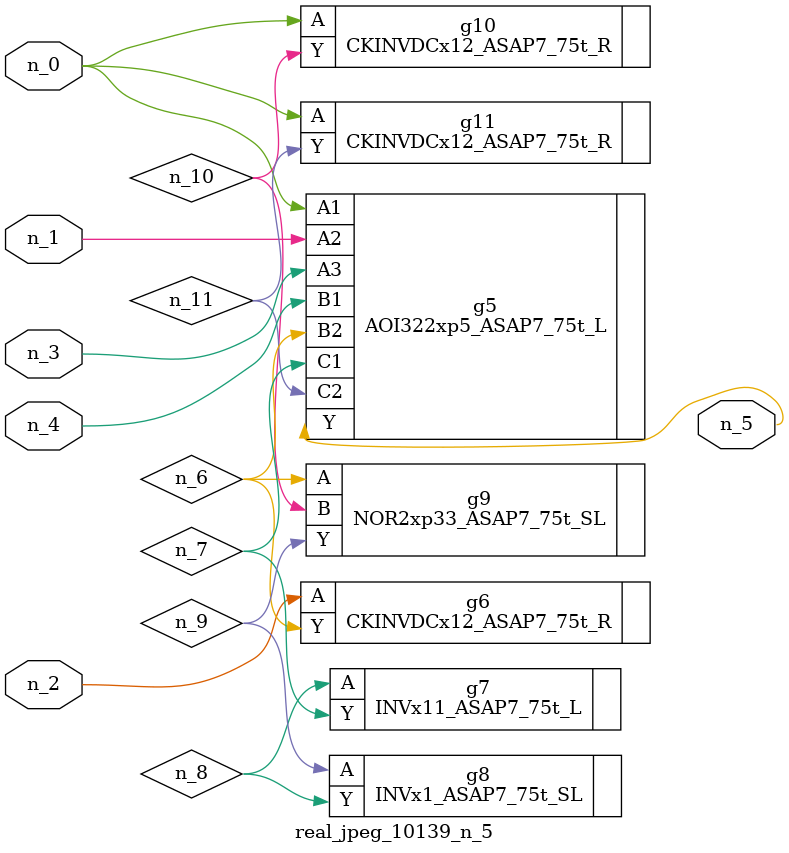
<source format=v>
module real_jpeg_10139_n_5 (n_4, n_0, n_1, n_2, n_3, n_5);

input n_4;
input n_0;
input n_1;
input n_2;
input n_3;

output n_5;

wire n_8;
wire n_11;
wire n_6;
wire n_7;
wire n_10;
wire n_9;

AOI322xp5_ASAP7_75t_L g5 ( 
.A1(n_0),
.A2(n_1),
.A3(n_3),
.B1(n_4),
.B2(n_6),
.C1(n_7),
.C2(n_11),
.Y(n_5)
);

CKINVDCx12_ASAP7_75t_R g10 ( 
.A(n_0),
.Y(n_10)
);

CKINVDCx12_ASAP7_75t_R g11 ( 
.A(n_0),
.Y(n_11)
);

CKINVDCx12_ASAP7_75t_R g6 ( 
.A(n_2),
.Y(n_6)
);

NOR2xp33_ASAP7_75t_SL g9 ( 
.A(n_6),
.B(n_10),
.Y(n_9)
);

INVx11_ASAP7_75t_L g7 ( 
.A(n_8),
.Y(n_7)
);

INVx1_ASAP7_75t_SL g8 ( 
.A(n_9),
.Y(n_8)
);


endmodule
</source>
